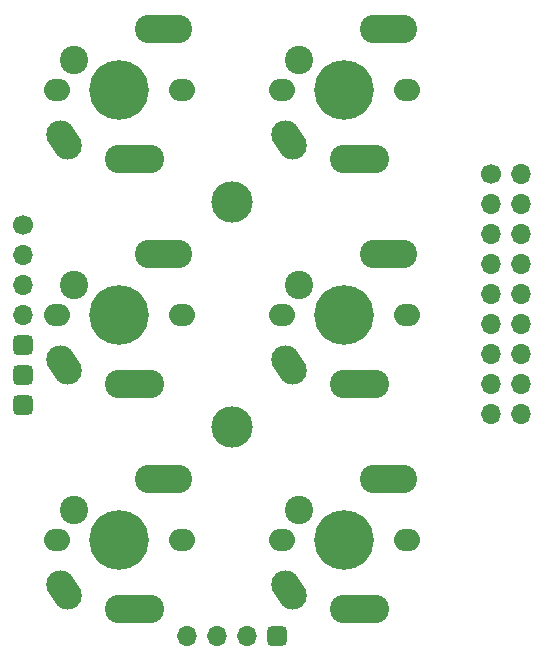
<source format=gts>
G04 #@! TF.GenerationSoftware,KiCad,Pcbnew,7.0.5*
G04 #@! TF.CreationDate,2023-07-24T08:30:01+08:00*
G04 #@! TF.ProjectId,LM,4c4d2e6b-6963-4616-945f-706362585858,rev?*
G04 #@! TF.SameCoordinates,Original*
G04 #@! TF.FileFunction,Soldermask,Top*
G04 #@! TF.FilePolarity,Negative*
%FSLAX46Y46*%
G04 Gerber Fmt 4.6, Leading zero omitted, Abs format (unit mm)*
G04 Created by KiCad (PCBNEW 7.0.5) date 2023-07-24 08:30:01*
%MOMM*%
%LPD*%
G01*
G04 APERTURE LIST*
G04 Aperture macros list*
%AMRoundRect*
0 Rectangle with rounded corners*
0 $1 Rounding radius*
0 $2 $3 $4 $5 $6 $7 $8 $9 X,Y pos of 4 corners*
0 Add a 4 corners polygon primitive as box body*
4,1,4,$2,$3,$4,$5,$6,$7,$8,$9,$2,$3,0*
0 Add four circle primitives for the rounded corners*
1,1,$1+$1,$2,$3*
1,1,$1+$1,$4,$5*
1,1,$1+$1,$6,$7*
1,1,$1+$1,$8,$9*
0 Add four rect primitives between the rounded corners*
20,1,$1+$1,$2,$3,$4,$5,0*
20,1,$1+$1,$4,$5,$6,$7,0*
20,1,$1+$1,$6,$7,$8,$9,0*
20,1,$1+$1,$8,$9,$2,$3,0*%
%AMHorizOval*
0 Thick line with rounded ends*
0 $1 width*
0 $2 $3 position (X,Y) of the first rounded end (center of the circle)*
0 $4 $5 position (X,Y) of the second rounded end (center of the circle)*
0 Add line between two ends*
20,1,$1,$2,$3,$4,$5,0*
0 Add two circle primitives to create the rounded ends*
1,1,$1,$2,$3*
1,1,$1,$4,$5*%
%AMOutline4P*
0 Free polygon, 4 corners , with rotation*
0 The origin of the aperture is its center*
0 number of corners: always 4*
0 $1 to $8 corner X, Y*
0 $9 Rotation angle, in degrees counterclockwise*
0 create outline with 4 corners*
4,1,4,$1,$2,$3,$4,$5,$6,$7,$8,$1,$2,$9*%
G04 Aperture macros list end*
%ADD10O,2.200000X1.900000*%
%ADD11C,5.050000*%
%ADD12HorizOval,2.400000X-0.305164X0.457575X0.305164X-0.457575X0*%
%ADD13C,2.400000*%
%ADD14Outline4P,-1.300000X-1.200000X1.300000X-1.200000X1.300000X1.200000X-1.300000X1.200000X0.000000*%
%ADD15Outline4P,-1.200000X-1.200000X1.200000X-1.200000X1.200000X1.200000X-1.200000X1.200000X0.000000*%
%ADD16RoundRect,0.425000X-0.425000X0.425000X-0.425000X-0.425000X0.425000X-0.425000X0.425000X0.425000X0*%
%ADD17O,1.700000X1.700000*%
%ADD18C,3.500000*%
%ADD19C,1.700000*%
%ADD20RoundRect,0.425000X-0.425000X-0.425000X0.425000X-0.425000X0.425000X0.425000X-0.425000X0.425000X0*%
G04 APERTURE END LIST*
D10*
X58020000Y-46090000D03*
D11*
X63320000Y-46090000D03*
D10*
X68620000Y-46090000D03*
D12*
X58620000Y-50340000D03*
D13*
X59510000Y-43550000D03*
X63320000Y-51990000D03*
D14*
X64620000Y-51990000D03*
D13*
X65860000Y-40990000D03*
X65920000Y-51990000D03*
D15*
X67090000Y-40990000D03*
D13*
X68320000Y-40990000D03*
D10*
X38970000Y-46090000D03*
D11*
X44270000Y-46090000D03*
D10*
X49570000Y-46090000D03*
D12*
X39570000Y-50340000D03*
D13*
X40460000Y-43550000D03*
X44270000Y-51990000D03*
D14*
X45570000Y-51990000D03*
D13*
X46810000Y-40990000D03*
X46870000Y-51990000D03*
D15*
X48040000Y-40990000D03*
D13*
X49270000Y-40990000D03*
D16*
X57610000Y-92370000D03*
D17*
X55070000Y-92370000D03*
X52530000Y-92370000D03*
X49990000Y-92370000D03*
D18*
X53795000Y-74665000D03*
D19*
X75760000Y-53280000D03*
D17*
X75760000Y-55820000D03*
X75760000Y-58360000D03*
X75760000Y-60900000D03*
X75760000Y-63440000D03*
X75760000Y-65980000D03*
X75760000Y-68520000D03*
X75760000Y-71060000D03*
X75760000Y-73600000D03*
X78300000Y-53280000D03*
X78300000Y-55820000D03*
X78300000Y-58360000D03*
X78300000Y-60900000D03*
X78300000Y-63440000D03*
X78300000Y-65980000D03*
X78300000Y-68520000D03*
X78300000Y-71060000D03*
X78300000Y-73600000D03*
D18*
X53795000Y-55615000D03*
D19*
X36110000Y-57520000D03*
D17*
X36110000Y-60060000D03*
X36110000Y-62600000D03*
X36110000Y-65140000D03*
D20*
X36110000Y-67680000D03*
X36110000Y-70220000D03*
X36110000Y-72760000D03*
D10*
X38970000Y-84190000D03*
D11*
X44270000Y-84190000D03*
D10*
X49570000Y-84190000D03*
D12*
X39570000Y-88440000D03*
D13*
X40460000Y-81650000D03*
X44270000Y-90090000D03*
D14*
X45570000Y-90090000D03*
D13*
X46810000Y-79090000D03*
X46870000Y-90090000D03*
D15*
X48040000Y-79090000D03*
D13*
X49270000Y-79090000D03*
D10*
X58020000Y-65140000D03*
D11*
X63320000Y-65140000D03*
D10*
X68620000Y-65140000D03*
D12*
X58620000Y-69390000D03*
D13*
X59510000Y-62600000D03*
X63320000Y-71040000D03*
D14*
X64620000Y-71040000D03*
D13*
X65860000Y-60040000D03*
X65920000Y-71040000D03*
D15*
X67090000Y-60040000D03*
D13*
X68320000Y-60040000D03*
D10*
X58020000Y-84190000D03*
D11*
X63320000Y-84190000D03*
D10*
X68620000Y-84190000D03*
D12*
X58620000Y-88440000D03*
D13*
X59510000Y-81650000D03*
X63320000Y-90090000D03*
D14*
X64620000Y-90090000D03*
D13*
X65860000Y-79090000D03*
X65920000Y-90090000D03*
D15*
X67090000Y-79090000D03*
D13*
X68320000Y-79090000D03*
D10*
X38970000Y-65140000D03*
D11*
X44270000Y-65140000D03*
D10*
X49570000Y-65140000D03*
D12*
X39570000Y-69390000D03*
D13*
X40460000Y-62600000D03*
X44270000Y-71040000D03*
D14*
X45570000Y-71040000D03*
D13*
X46810000Y-60040000D03*
X46870000Y-71040000D03*
D15*
X48040000Y-60040000D03*
D13*
X49270000Y-60040000D03*
M02*

</source>
